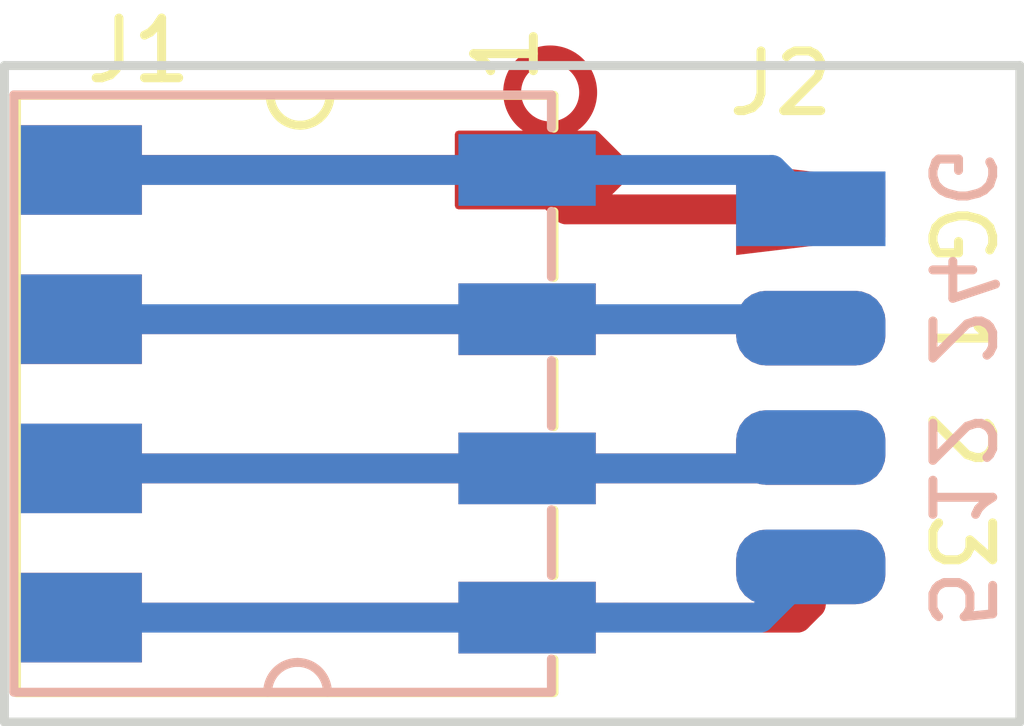
<source format=kicad_pcb>
(kicad_pcb (version 20190907) (host pcbnew "(5.99.0-375-g4460af5be-dirty)+6.0.0~dev1-1")

  (general
    (thickness 1.6)
    (drawings 4)
    (tracks 27)
    (modules 2)
    (nets 9)
  )

  (page "A4")
  (layers
    (0 "F.Cu" signal)
    (31 "B.Cu" signal)
    (32 "B.Adhes" user)
    (33 "F.Adhes" user)
    (34 "B.Paste" user)
    (35 "F.Paste" user)
    (36 "B.SilkS" user)
    (37 "F.SilkS" user)
    (38 "B.Mask" user)
    (39 "F.Mask" user)
    (40 "Dwgs.User" user)
    (41 "Cmts.User" user)
    (42 "Eco1.User" user)
    (43 "Eco2.User" user)
    (44 "Edge.Cuts" user)
    (45 "Margin" user)
    (46 "B.CrtYd" user)
    (47 "F.CrtYd" user)
    (48 "B.Fab" user)
    (49 "F.Fab" user)
  )

  (setup
    (last_trace_width 0.25)
    (user_trace_width 0.25)
    (user_trace_width 0.5)
    (trace_clearance 0.15)
    (zone_clearance 0.254)
    (zone_45_only no)
    (trace_min 0.2)
    (via_size 0.7)
    (via_drill 0.4)
    (via_min_size 0.4)
    (via_min_drill 0.3)
    (uvia_size 0.3)
    (uvia_drill 0.1)
    (uvias_allowed no)
    (uvia_min_size 0.2)
    (uvia_min_drill 0.1)
    (max_error 0.005)
    (defaults
      (edge_clearance 0.01)
      (edge_cuts_line_width 0.15)
      (courtyard_line_width 0.05)
      (copper_line_width 0.2)
      (copper_text_dims (size 1.5 1.5) (thickness 0.3))
      (silk_line_width 0.15)
      (silk_text_dims (size 1 1) (thickness 0.15))
      (other_layers_line_width 0.1)
      (other_layers_text_dims (size 1 1) (thickness 0.15))
    )
    (pad_size 0.3 0.42)
    (pad_drill 0)
    (pad_to_mask_clearance 0.051)
    (solder_mask_min_width 0.25)
    (aux_axis_origin 0 0)
    (grid_origin 145 137.2)
    (visible_elements FFFFFF7F)
    (pcbplotparams
      (layerselection 0x00008_7ffffffe)
      (usegerberextensions false)
      (usegerberattributes false)
      (usegerberadvancedattributes false)
      (creategerberjobfile false)
      (excludeedgelayer true)
      (linewidth 0.100000)
      (plotframeref false)
      (viasonmask false)
      (mode 1)
      (useauxorigin false)
      (hpglpennumber 1)
      (hpglpenspeed 20)
      (hpglpendiameter 15.000000)
      (psnegative false)
      (psa4output false)
      (plotreference true)
      (plotvalue true)
      (plotinvisibletext false)
      (padsonsilk false)
      (subtractmaskfromsilk false)
      (outputformat 1)
      (mirror false)
      (drillshape 0)
      (scaleselection 1)
      (outputdirectory "")
    )
  )

  (net 0 "")
  (net 1 "/Bus3")
  (net 2 "/Bus2")
  (net 3 "/Bus1")
  (net 4 "/GND")
  (net 5 "/12V")
  (net 6 "/GNDPWR")
  (net 7 "/5V")
  (net 8 "/24V")

  (net_class "Default" "This is the default net class."
    (clearance 0.15)
    (trace_width 0.25)
    (via_dia 0.7)
    (via_drill 0.4)
    (uvia_dia 0.3)
    (uvia_drill 0.1)
    (add_net "/12V")
    (add_net "/24V")
    (add_net "/5V")
    (add_net "/Bus1")
    (add_net "/Bus2")
    (add_net "/Bus3")
    (add_net "/GND")
    (add_net "/GNDPWR")
  )

  (net_class "Power" ""
    (clearance 0.15)
    (trace_width 0.5)
    (via_dia 0.8)
    (via_drill 0.4)
    (uvia_dia 0.3)
    (uvia_drill 0.1)
  )

  (module "localstuff:Moat_8_2side_HS" (layer "F.Cu") (tedit 5E051E98) (tstamp 5E058044)
    (at 24.5 56.2 -90)
    (path "/5E0BB6A5")
    (attr smd)
    (fp_text reference "J1" (at -10.75 2.75) (layer "F.SilkS")
      (effects (font (size 1 1) (thickness 0.15)))
    )
    (fp_text value "Moat_Bus_8" (at -4.5 0 90) (layer "F.Fab")
      (effects (font (size 1 1) (thickness 0.15)))
    )
    (fp_arc (start -10 0.05) (end -10 -0.45) (angle 90) (layer "F.SilkS") (width 0.15))
    (fp_arc (start -10 0.05) (end -9.5 0.05) (angle 90) (layer "F.SilkS") (width 0.15))
    (fp_line (start -10 -4.2) (end -10 4.8) (layer "F.SilkS") (width 0.15))
    (fp_line (start -10 4.8) (end 0 4.8) (layer "F.SilkS") (width 0.15))
    (fp_line (start 0 -4.2) (end -0.55 -4.2) (layer "F.SilkS") (width 0.15))
    (fp_line (start -1.95 -4.2) (end -3.05 -4.2) (layer "F.SilkS") (width 0.15))
    (fp_line (start -4.45 -4.2) (end -5.55 -4.2) (layer "F.SilkS") (width 0.15))
    (fp_line (start -6.95 -4.2) (end -8.05 -4.2) (layer "F.SilkS") (width 0.15))
    (fp_line (start -10 -4.2) (end -9.45 -4.2) (layer "F.SilkS") (width 0.15))
    (fp_line (start 0.007933 4.8) (end 0.007933 -4.2) (layer "F.SilkS") (width 0.15))
    (fp_line (start 0 -4.156824) (end 0 4.843176) (layer "B.SilkS") (width 0.15))
    (fp_line (start -0.007933 -4.156824) (end -0.557933 -4.156824) (layer "B.SilkS") (width 0.15))
    (fp_arc (start 0 0.093176) (end -0.5 0.093176) (angle -90) (layer "B.SilkS") (width 0.15))
    (fp_arc (start 0 0.093176) (end 0 -0.406824) (angle -90) (layer "B.SilkS") (width 0.15))
    (fp_line (start -5.557933 -4.156824) (end -4.457933 -4.156824) (layer "B.SilkS") (width 0.15))
    (fp_line (start -8.057933 -4.156824) (end -6.957933 -4.156824) (layer "B.SilkS") (width 0.15))
    (fp_line (start -10.007933 4.843176) (end -10.007933 -4.156824) (layer "B.SilkS") (width 0.15))
    (fp_line (start -10.007933 -4.156824) (end -9.457933 -4.156824) (layer "B.SilkS") (width 0.15))
    (fp_line (start -3.057933 -4.156824) (end -1.957933 -4.156824) (layer "B.SilkS") (width 0.15))
    (fp_line (start -0.007933 4.843176) (end -10.007933 4.843176) (layer "B.SilkS") (width 0.15))
    (fp_text user "1" (at -10.7 -3.4 90) (layer "F.SilkS")
      (effects (font (size 1 1) (thickness 0.15)))
    )
    (fp_circle (center -10.05 -4.136396) (end -9.413604 -4.136396) (layer "F.Cu") (width 0.3))
    (fp_circle (center -10.05 -4.15) (end -9.25 -4.15) (layer "F.Mask") (width 0.15))
    (pad "4" smd rect (at -1.25 -3.75 270) (size 1.2 2.3) (layers "F.Cu" "F.Paste" "F.Mask")
      (net 1 "/Bus3"))
    (pad "3" smd rect (at -3.75 -3.75 270) (size 1.2 2.3) (layers "F.Cu" "F.Paste" "F.Mask")
      (net 2 "/Bus2"))
    (pad "2" smd rect (at -6.25 -3.75 270) (size 1.2 2.3) (layers "F.Cu" "F.Paste" "F.Mask")
      (net 3 "/Bus1"))
    (pad "1" smd custom (at -8.75 -3.75 90) (size 1.2 2.3) (layers "F.Cu" "F.Paste" "F.Mask")
      (net 4 "/GND")
      (options (clearance outline) (anchor rect))
      (primitives
        (gr_poly (pts
           (xy -0.6 -1.15) (xy 0.6 -1.15) (xy 0.6 1.15) (xy 0 1.75) (xy -0.6 1.15)
) (width 0.12))
      ))
    (pad "1" smd rect (at -8.75 3.8 270) (size 1.5 2.2) (layers "F.Cu" "F.Paste" "F.Mask")
      (net 4 "/GND"))
    (pad "2" smd rect (at -6.25 3.8 270) (size 1.5 2.2) (layers "F.Cu" "F.Paste" "F.Mask")
      (net 3 "/Bus1"))
    (pad "3" smd rect (at -3.75 3.8 270) (size 1.5 2.2) (layers "F.Cu" "F.Paste" "F.Mask")
      (net 2 "/Bus2"))
    (pad "4" smd rect (at -1.25 3.8 270) (size 1.5 2.2) (layers "F.Cu" "F.Paste" "F.Mask")
      (net 1 "/Bus3"))
    (pad "6" smd rect (at -3.75 -3.75 90) (size 1.2 2.3) (layers "B.Cu" "B.Paste" "B.Mask")
      (net 5 "/12V"))
    (pad "8" smd rect (at -8.75 3.8 90) (size 1.5 2.2) (layers "B.Cu" "B.Paste" "B.Mask")
      (net 6 "/GNDPWR"))
    (pad "5" smd rect (at -1.25 -3.75 90) (size 1.2 2.3) (layers "B.Cu" "B.Paste" "B.Mask")
      (net 7 "/5V"))
    (pad "5" smd rect (at -1.25 3.8 90) (size 1.5 2.2) (layers "B.Cu" "B.Paste" "B.Mask")
      (net 7 "/5V"))
    (pad "7" smd rect (at -6.25 3.8 90) (size 1.5 2.2) (layers "B.Cu" "B.Paste" "B.Mask")
      (net 8 "/24V"))
    (pad "6" smd rect (at -3.75 3.8 90) (size 1.5 2.2) (layers "B.Cu" "B.Paste" "B.Mask")
      (net 5 "/12V"))
    (pad "7" smd rect (at -6.25 -3.75 90) (size 1.2 2.3) (layers "B.Cu" "B.Paste" "B.Mask")
      (net 8 "/24V"))
    (pad "8" smd rect (at -8.75 -3.75 90) (size 1.2 2.3) (layers "B.Cu" "B.Paste" "B.Mask")
      (net 6 "/GNDPWR"))
    (model ":moat3d:9276-4.wrl"
      (offset (xyz -10.2 -4.7 0))
      (scale (xyz 0.39 0.39 0.39))
      (rotate (xyz -90 0 0))
    )
    (model ":moat3d:9276-4.wrl"
      (offset (xyz -0.3 -4.7 0))
      (scale (xyz 0.39 0.39 0.39))
      (rotate (xyz -90 0 0))
    )
    (model ":moat3d:9276-4.wrl"
      (offset (xyz -0.3 -4.7 -1.61))
      (scale (xyz 0.39 0.39 0.39))
      (rotate (xyz 90 0 180))
    )
    (model ":moat3d:9276-4.wrl"
      (offset (xyz 9.6 -4.7 -1.61))
      (scale (xyz 0.39 0.39 0.39))
      (rotate (xyz 90 0 180))
    )
  )

  (module "localstuff:Moat8-Solder" (layer "F.Cu") (tedit 5E050D0F) (tstamp 5E057401)
    (at 33 46.6)
    (descr "surface-mounted straight pin header, 1x12, 2.54mm pitch, single row, style 1 (pin 1 left)")
    (tags "Surface mounted pin header SMD 1x12 2.54mm single row style1 pin1 left")
    (path "/5E0B5501")
    (attr smd)
    (fp_text reference "J2" (at -0.5 -0.6) (layer "F.SilkS")
      (effects (font (size 1 1) (thickness 0.15)))
    )
    (fp_text value "Moat_Bus_8" (at -4.5 4.5 90) (layer "F.Fab")
      (effects (font (size 1 1) (thickness 0.15)))
    )
    (fp_text user "5 12 24 G" (at 2.5 4.5 270 unlocked) (layer "B.SilkS")
      (effects (font (size 1 1) (thickness 0.15)) (justify mirror))
    )
    (fp_text user "G 1 2 3" (at 2.5 4.5 270 unlocked) (layer "F.SilkS")
      (effects (font (size 1 1) (thickness 0.15)))
    )
    (fp_line (start 3.5 0) (end 3.5 9) (layer "F.CrtYd") (width 0.05))
    (fp_line (start -3.5 9) (end 3.5 9) (layer "F.CrtYd") (width 0.05))
    (fp_line (start -3.5 9) (end -3.5 0) (layer "F.CrtYd") (width 0.05))
    (fp_line (start 3.5 0) (end -3.5 0) (layer "F.CrtYd") (width 0.05))
    (pad "6" smd roundrect (at 0 5.5) (size 2.5 1.25) (layers "B.Cu" "B.Mask") (roundrect_rratio 0.4)
      (net 5 "/12V"))
    (pad "7" smd roundrect (at 0 3.5) (size 2.5 1.25) (layers "B.Cu" "B.Mask") (roundrect_rratio 0.4)
      (net 8 "/24V"))
    (pad "8" smd rect (at 0 1.5) (size 2.5 1.25) (layers "B.Cu" "B.Mask")
      (net 6 "/GNDPWR"))
    (pad "5" smd roundrect (at 0 7.5) (size 2.5 1.25) (layers "B.Cu" "B.Mask") (roundrect_rratio 0.4)
      (net 7 "/5V"))
    (pad "2" smd roundrect (at 0 3.5) (size 2.5 1.25) (layers "F.Cu" "F.Mask") (roundrect_rratio 0.4)
      (net 3 "/Bus1"))
    (pad "3" smd roundrect (at 0 5.5) (size 2.5 1.25) (layers "F.Cu" "F.Mask") (roundrect_rratio 0.4)
      (net 2 "/Bus2"))
    (pad "4" smd roundrect (at 0 7.5) (size 2.5 1.25) (layers "F.Cu" "F.Mask") (roundrect_rratio 0.4)
      (net 1 "/Bus3"))
    (pad "1" smd trapezoid (at 0 1.5) (size 2.5 1.25) (rect_delta 0.3 0 ) (layers "F.Cu" "F.Mask")
      (net 4 "/GND"))
    (model "${KISYS3DMOD}/Connector_PinHeader_2.54mm.3dshapes/PinHeader_1x12_P2.54mm_Vertical_SMD_Pin1Left.wrl"
      (at (xyz 0 0 0))
      (scale (xyz 1 1 1))
      (rotate (xyz 0 0 0))
    )
  )

  (gr_line (start 36.5 45.7) (end 19.5 45.7) (layer "Edge.Cuts") (width 0.15))
  (gr_line (start 36.5 56.7) (end 36.5 45.7) (layer "Edge.Cuts") (width 0.15))
  (gr_line (start 19.5 56.7) (end 36.5 56.7) (layer "Edge.Cuts") (width 0.15))
  (gr_line (start 19.5 45.7) (end 19.5 56.7) (layer "Edge.Cuts") (width 0.15))

  (segment (start 32.775 54.95) (end 29.9 54.95) (width 0.5) (layer "F.Cu") (net 1))
  (segment (start 29.9 54.95) (end 28.25 54.95) (width 0.5) (layer "F.Cu") (net 1))
  (segment (start 33 54.725) (end 32.775 54.95) (width 0.5) (layer "F.Cu") (net 1))
  (segment (start 33 54.1) (end 33 54.725) (width 0.5) (layer "F.Cu") (net 1))
  (segment (start 20.7 54.95) (end 28.25 54.95) (width 0.5) (layer "F.Cu") (net 1))
  (segment (start 20.7 52.45) (end 28.25 52.45) (width 0.5) (layer "F.Cu") (net 2))
  (segment (start 32.65 52.45) (end 33 52.1) (width 0.5) (layer "F.Cu") (net 2))
  (segment (start 28.25 52.45) (end 32.65 52.45) (width 0.5) (layer "F.Cu") (net 2))
  (segment (start 20.7 49.95) (end 28.25 49.95) (width 0.5) (layer "F.Cu") (net 3))
  (segment (start 32.85 49.95) (end 33 50.1) (width 0.5) (layer "F.Cu") (net 3))
  (segment (start 28.25 49.95) (end 32.85 49.95) (width 0.5) (layer "F.Cu") (net 3))
  (segment (start 20.7 47.45) (end 28.25 47.45) (width 0.5) (layer "F.Cu") (net 4))
  (segment (start 32.99 48.11) (end 33 48.1) (width 0.5) (layer "F.Cu") (net 4))
  (segment (start 28.91 48.11) (end 32.99 48.11) (width 0.5) (layer "F.Cu") (net 4))
  (segment (start 28.25 47.45) (end 28.91 48.11) (width 0.5) (layer "F.Cu") (net 4))
  (segment (start 20.7 47.45) (end 28.25 47.45) (width 0.5) (layer "B.Cu") (net 6))
  (segment (start 32.35 47.45) (end 33 48.1) (width 0.5) (layer "B.Cu") (net 6))
  (segment (start 28.25 47.45) (end 32.35 47.45) (width 0.5) (layer "B.Cu") (net 6))
  (segment (start 32.85 49.95) (end 33 50.1) (width 0.5) (layer "B.Cu") (net 8))
  (segment (start 28.25 49.95) (end 32.85 49.95) (width 0.5) (layer "B.Cu") (net 8))
  (segment (start 32.65 52.45) (end 33 52.1) (width 0.5) (layer "B.Cu") (net 5))
  (segment (start 28.25 52.45) (end 32.65 52.45) (width 0.5) (layer "B.Cu") (net 5))
  (segment (start 32.15 54.95) (end 33 54.1) (width 0.5) (layer "B.Cu") (net 7))
  (segment (start 28.25 54.95) (end 32.15 54.95) (width 0.5) (layer "B.Cu") (net 7))
  (segment (start 20.7 49.95) (end 28.25 49.95) (width 0.5) (layer "B.Cu") (net 8))
  (segment (start 20.7 52.45) (end 28.25 52.45) (width 0.5) (layer "B.Cu") (net 5))
  (segment (start 20.7 54.95) (end 28.25 54.95) (width 0.5) (layer "B.Cu") (net 7))

)

</source>
